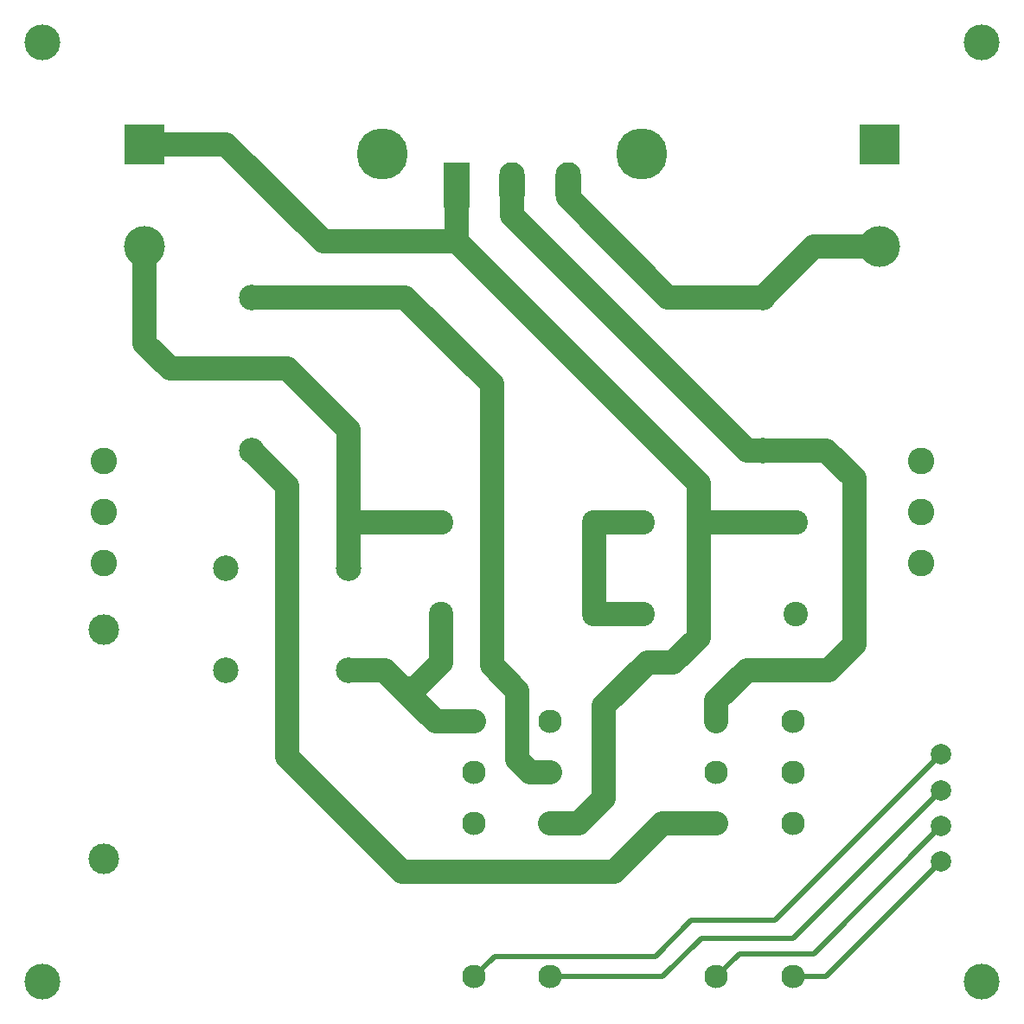
<source format=gbr>
G04 #@! TF.GenerationSoftware,KiCad,Pcbnew,5.0.2-bee76a0~70~ubuntu18.04.1*
G04 #@! TF.CreationDate,2019-01-25T00:46:31-08:00*
G04 #@! TF.ProjectId,power,706f7765-722e-46b6-9963-61645f706362,rev?*
G04 #@! TF.SameCoordinates,Original*
G04 #@! TF.FileFunction,Copper,L1,Top*
G04 #@! TF.FilePolarity,Positive*
%FSLAX46Y46*%
G04 Gerber Fmt 4.6, Leading zero omitted, Abs format (unit mm)*
G04 Created by KiCad (PCBNEW 5.0.2-bee76a0~70~ubuntu18.04.1) date Fri 25 Jan 2019 12:46:31 AM PST*
%MOMM*%
%LPD*%
G01*
G04 APERTURE LIST*
G04 #@! TA.AperFunction,ComponentPad*
%ADD10R,2.500000X4.500000*%
G04 #@! TD*
G04 #@! TA.AperFunction,ComponentPad*
%ADD11O,2.500000X4.500000*%
G04 #@! TD*
G04 #@! TA.AperFunction,ComponentPad*
%ADD12C,3.000000*%
G04 #@! TD*
G04 #@! TA.AperFunction,ComponentPad*
%ADD13C,5.000000*%
G04 #@! TD*
G04 #@! TA.AperFunction,ComponentPad*
%ADD14C,2.300000*%
G04 #@! TD*
G04 #@! TA.AperFunction,ComponentPad*
%ADD15R,4.000000X4.000000*%
G04 #@! TD*
G04 #@! TA.AperFunction,ComponentPad*
%ADD16C,4.000000*%
G04 #@! TD*
G04 #@! TA.AperFunction,ComponentPad*
%ADD17C,2.500000*%
G04 #@! TD*
G04 #@! TA.AperFunction,ComponentPad*
%ADD18C,2.400000*%
G04 #@! TD*
G04 #@! TA.AperFunction,ComponentPad*
%ADD19C,2.600000*%
G04 #@! TD*
G04 #@! TA.AperFunction,ComponentPad*
%ADD20C,2.000000*%
G04 #@! TD*
G04 #@! TA.AperFunction,WasherPad*
%ADD21C,3.500000*%
G04 #@! TD*
G04 #@! TA.AperFunction,Conductor*
%ADD22C,2.400000*%
G04 #@! TD*
G04 #@! TA.AperFunction,Conductor*
%ADD23C,0.480000*%
G04 #@! TD*
G04 APERTURE END LIST*
D10*
G04 #@! TO.P,D1001,1*
G04 #@! TO.N,/VOUT+*
X144550000Y-68000000D03*
D11*
G04 #@! TO.P,D1001,2*
G04 #@! TO.N,/DOUBLER_IN*
X150000000Y-68000000D03*
G04 #@! TO.P,D1001,3*
G04 #@! TO.N,/VOUT-*
X155450000Y-68000000D03*
G04 #@! TD*
D12*
G04 #@! TO.P,F1001,1*
G04 #@! TO.N,Net-(F1001-Pad1)*
X110000000Y-134000000D03*
G04 #@! TO.P,F1001,2*
G04 #@! TO.N,/L*
X110000000Y-111500000D03*
G04 #@! TD*
D13*
G04 #@! TO.P,HS1001,1*
G04 #@! TO.N,/G*
X137300000Y-65000000D03*
X162700000Y-65000000D03*
G04 #@! TD*
D14*
G04 #@! TO.P,K1001,1*
G04 #@! TO.N,/RELAY1_A*
X146250000Y-145500000D03*
G04 #@! TO.P,K1001,8*
G04 #@! TO.N,/RELAY1_B*
X153750000Y-145500000D03*
G04 #@! TO.P,K1001,6*
G04 #@! TO.N,/DISCHARGE*
X153750000Y-125500000D03*
G04 #@! TO.P,K1001,3*
G04 #@! TO.N,/PRECHARGE_IN*
X146250000Y-125500000D03*
G04 #@! TO.P,K1001,4*
G04 #@! TO.N,/L'*
X146250000Y-120500000D03*
G04 #@! TO.P,K1001,5*
G04 #@! TO.N,Net-(K1001-Pad5)*
X153750000Y-120500000D03*
G04 #@! TO.P,K1001,2*
G04 #@! TO.N,Net-(K1001-Pad2)*
X146250000Y-130500000D03*
G04 #@! TO.P,K1001,7*
G04 #@! TO.N,/VOUT+*
X153750000Y-130500000D03*
G04 #@! TD*
G04 #@! TO.P,K1002,7*
G04 #@! TO.N,Net-(K1002-Pad7)*
X177500000Y-130500000D03*
G04 #@! TO.P,K1002,2*
G04 #@! TO.N,/PRECHARGE*
X170000000Y-130500000D03*
G04 #@! TO.P,K1002,5*
G04 #@! TO.N,Net-(K1002-Pad5)*
X177500000Y-120500000D03*
G04 #@! TO.P,K1002,4*
G04 #@! TO.N,/DOUBLER_IN*
X170000000Y-120500000D03*
G04 #@! TO.P,K1002,3*
G04 #@! TO.N,/PRECHARGE_IN*
X170000000Y-125500000D03*
G04 #@! TO.P,K1002,6*
G04 #@! TO.N,Net-(K1002-Pad6)*
X177500000Y-125500000D03*
G04 #@! TO.P,K1002,8*
G04 #@! TO.N,/RELAY2_B*
X177500000Y-145500000D03*
G04 #@! TO.P,K1002,1*
G04 #@! TO.N,/RELAY2_A*
X170000000Y-145500000D03*
G04 #@! TD*
D15*
G04 #@! TO.P,C1001,1*
G04 #@! TO.N,/VOUT+*
X114000000Y-64000000D03*
D16*
G04 #@! TO.P,C1001,2*
G04 #@! TO.N,/N'*
X114000000Y-74000000D03*
G04 #@! TD*
G04 #@! TO.P,C1002,2*
G04 #@! TO.N,/VOUT-*
X186000000Y-74000000D03*
D15*
G04 #@! TO.P,C1002,1*
G04 #@! TO.N,/N'*
X186000000Y-64000000D03*
G04 #@! TD*
D17*
G04 #@! TO.P,FL1001,1*
G04 #@! TO.N,Net-(F1001-Pad1)*
X122000000Y-115500000D03*
G04 #@! TO.P,FL1001,2*
G04 #@! TO.N,/L'*
X134000000Y-115500000D03*
G04 #@! TO.P,FL1001,3*
G04 #@! TO.N,/N*
X122000000Y-105500000D03*
G04 #@! TO.P,FL1001,4*
G04 #@! TO.N,/N'*
X134000000Y-105500000D03*
G04 #@! TD*
D18*
G04 #@! TO.P,C1003,1*
G04 #@! TO.N,/VOUT+*
X177750000Y-101000000D03*
G04 #@! TO.P,C1003,2*
G04 #@! TO.N,/G*
X162750000Y-101000000D03*
G04 #@! TD*
G04 #@! TO.P,C1004,2*
G04 #@! TO.N,/VOUT-*
X177750000Y-110000000D03*
G04 #@! TO.P,C1004,1*
G04 #@! TO.N,/G*
X162750000Y-110000000D03*
G04 #@! TD*
D17*
G04 #@! TO.P,R1001,1*
G04 #@! TO.N,/VOUT-*
X174500000Y-79000000D03*
G04 #@! TO.P,R1001,2*
G04 #@! TO.N,/DISCHARGE*
X124500000Y-79000000D03*
G04 #@! TD*
G04 #@! TO.P,R1002,2*
G04 #@! TO.N,/PRECHARGE*
X124500000Y-94000000D03*
G04 #@! TO.P,R1002,1*
G04 #@! TO.N,/DOUBLER_IN*
X174500000Y-94000000D03*
G04 #@! TD*
D19*
G04 #@! TO.P,J1001,1*
G04 #@! TO.N,/G*
X110000000Y-105000000D03*
G04 #@! TO.P,J1001,3*
G04 #@! TO.N,/L*
X110000000Y-95000000D03*
G04 #@! TO.P,J1001,2*
G04 #@! TO.N,/N*
X110000000Y-100000000D03*
G04 #@! TD*
D20*
G04 #@! TO.P,J1002,4*
G04 #@! TO.N,/RELAY2_B*
X192000000Y-134250000D03*
G04 #@! TO.P,J1002,3*
G04 #@! TO.N,/RELAY2_A*
X192000000Y-130750000D03*
G04 #@! TO.P,J1002,2*
G04 #@! TO.N,/RELAY1_B*
X192000000Y-127250000D03*
G04 #@! TO.P,J1002,1*
G04 #@! TO.N,/RELAY1_A*
X192000000Y-123750000D03*
G04 #@! TD*
D19*
G04 #@! TO.P,J1003,2*
G04 #@! TO.N,/VOUT-*
X190000000Y-100000000D03*
G04 #@! TO.P,J1003,3*
G04 #@! TO.N,/G*
X190000000Y-105000000D03*
G04 #@! TO.P,J1003,1*
G04 #@! TO.N,/VOUT+*
X190000000Y-95000000D03*
G04 #@! TD*
D21*
G04 #@! TO.P,J1004,*
G04 #@! TO.N,*
X196000000Y-146000000D03*
G04 #@! TD*
G04 #@! TO.P,J1005,*
G04 #@! TO.N,*
X104000000Y-146000000D03*
G04 #@! TD*
G04 #@! TO.P,J1006,*
G04 #@! TO.N,*
X196000000Y-54000000D03*
G04 #@! TD*
G04 #@! TO.P,J1007,*
G04 #@! TO.N,*
X104000000Y-54000000D03*
G04 #@! TD*
D18*
G04 #@! TO.P,C1005,1*
G04 #@! TO.N,/L'*
X143000000Y-110000000D03*
G04 #@! TO.P,C1005,2*
G04 #@! TO.N,/G*
X158000000Y-110000000D03*
G04 #@! TD*
G04 #@! TO.P,C1006,2*
G04 #@! TO.N,/N'*
X143000000Y-101000000D03*
G04 #@! TO.P,C1006,1*
G04 #@! TO.N,/G*
X158000000Y-101000000D03*
G04 #@! TD*
D22*
G04 #@! TO.N,/VOUT+*
X172000000Y-101000000D02*
X177750000Y-101000000D01*
X168250000Y-112250000D02*
X168250000Y-104750000D01*
X156500000Y-130500000D02*
X159000000Y-128000000D01*
X153750000Y-130500000D02*
X156500000Y-130500000D01*
X159000000Y-128000000D02*
X159000000Y-119000000D01*
X159000000Y-119000000D02*
X163250000Y-114750000D01*
X165750000Y-114750000D02*
X168250000Y-112250000D01*
X163250000Y-114750000D02*
X165750000Y-114750000D01*
X144550000Y-68000000D02*
X144550000Y-73550000D01*
X122000000Y-64000000D02*
X114000000Y-64000000D01*
X144550000Y-73550000D02*
X131550000Y-73550000D01*
X131550000Y-73550000D02*
X122000000Y-64000000D01*
X144550000Y-73550000D02*
X168250000Y-97250000D01*
X172000000Y-101000000D02*
X168250000Y-101000000D01*
X168250000Y-104750000D02*
X168250000Y-101000000D01*
X168250000Y-101000000D02*
X168250000Y-97250000D01*
G04 #@! TO.N,/DOUBLER_IN*
X173000000Y-94000000D02*
X174500000Y-94000000D01*
X150000000Y-68000000D02*
X150000000Y-71000000D01*
X150000000Y-71000000D02*
X173000000Y-94000000D01*
X174500000Y-94000000D02*
X180750000Y-94000000D01*
X180750000Y-94000000D02*
X183500000Y-96750000D01*
X183500000Y-96750000D02*
X183500000Y-113000000D01*
X183500000Y-113000000D02*
X181000000Y-115500000D01*
X181000000Y-115500000D02*
X173000000Y-115500000D01*
X170000000Y-118500000D02*
X170000000Y-120500000D01*
X173000000Y-115500000D02*
X170000000Y-118500000D01*
G04 #@! TO.N,/VOUT-*
X155450000Y-68000000D02*
X155450000Y-69200000D01*
X165250000Y-79000000D02*
X174500000Y-79000000D01*
X155450000Y-69200000D02*
X165250000Y-79000000D01*
X179500000Y-74000000D02*
X174500000Y-79000000D01*
X186000000Y-74000000D02*
X179500000Y-74000000D01*
G04 #@! TO.N,/G*
X158000000Y-101000000D02*
X162750000Y-101000000D01*
X158000000Y-101000000D02*
X158000000Y-110000000D01*
X162750000Y-110000000D02*
X158000000Y-110000000D01*
G04 #@! TO.N,/L'*
X137500000Y-115500000D02*
X134000000Y-115500000D01*
X146250000Y-120500000D02*
X142500000Y-120500000D01*
X143000000Y-110000000D02*
X143000000Y-114750000D01*
X143000000Y-114750000D02*
X140500000Y-117250000D01*
X142500000Y-120500000D02*
X139250000Y-117250000D01*
X140500000Y-117250000D02*
X139250000Y-117250000D01*
X139250000Y-117250000D02*
X137500000Y-115500000D01*
G04 #@! TO.N,/N'*
X138500000Y-101000000D02*
X143000000Y-101000000D01*
X128000000Y-86000000D02*
X134000000Y-92000000D01*
X116500000Y-86000000D02*
X128000000Y-86000000D01*
X114000000Y-83500000D02*
X116500000Y-86000000D01*
X138500000Y-101000000D02*
X134000000Y-101000000D01*
X134000000Y-92000000D02*
X134000000Y-101000000D01*
X134000000Y-101000000D02*
X134000000Y-105500000D01*
X114000000Y-83500000D02*
X114000000Y-74000000D01*
D23*
G04 #@! TO.N,/RELAY1_A*
X148250000Y-143500000D02*
X146250000Y-145500000D01*
X164000000Y-143500000D02*
X148250000Y-143500000D01*
X192000000Y-123750000D02*
X175750000Y-140000000D01*
X167500000Y-140000000D02*
X164000000Y-143500000D01*
X175750000Y-140000000D02*
X167500000Y-140000000D01*
G04 #@! TO.N,/RELAY1_B*
X159000000Y-145500000D02*
X153750000Y-145500000D01*
X192000000Y-127250000D02*
X177500000Y-141750000D01*
X177500000Y-141750000D02*
X168500000Y-141750000D01*
X164750000Y-145500000D02*
X159000000Y-145500000D01*
X168500000Y-141750000D02*
X164750000Y-145500000D01*
D22*
G04 #@! TO.N,/DISCHARGE*
X139500000Y-79000000D02*
X124500000Y-79000000D01*
X151750000Y-125500000D02*
X150500000Y-124250000D01*
X153750000Y-125500000D02*
X151750000Y-125500000D01*
X148000000Y-115000000D02*
X148000000Y-87500000D01*
X150500000Y-124250000D02*
X150500000Y-117500000D01*
X150500000Y-117500000D02*
X148000000Y-115000000D01*
X148000000Y-87500000D02*
X139500000Y-79000000D01*
G04 #@! TO.N,/PRECHARGE*
X124500000Y-94000000D02*
X128000000Y-97500000D01*
X128000000Y-97500000D02*
X128000000Y-124000000D01*
X128000000Y-124000000D02*
X139250000Y-135250000D01*
X139250000Y-135250000D02*
X160000000Y-135250000D01*
X164750000Y-130500000D02*
X170000000Y-130500000D01*
X160000000Y-135250000D02*
X164750000Y-130500000D01*
D23*
G04 #@! TO.N,/RELAY2_B*
X192000000Y-134250000D02*
X180750000Y-145500000D01*
X180750000Y-145500000D02*
X177500000Y-145500000D01*
G04 #@! TO.N,/RELAY2_A*
X172250000Y-143250000D02*
X170000000Y-145500000D01*
X192000000Y-130750000D02*
X179500000Y-143250000D01*
X179500000Y-143250000D02*
X172250000Y-143250000D01*
G04 #@! TD*
M02*

</source>
